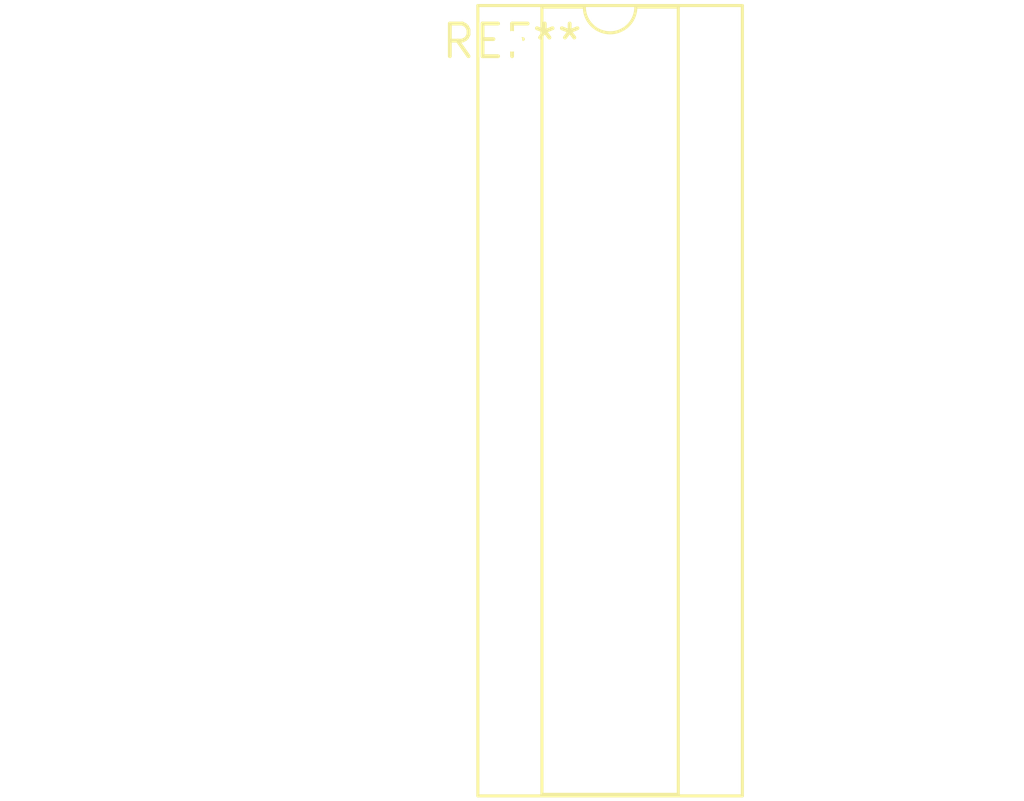
<source format=kicad_pcb>
(kicad_pcb (version 20240108) (generator pcbnew)
  (layers (0 "F.Cu" signal) (31 "B.Cu" signal) (34 "B.Paste" user) (35 "F.Paste" user) (36 "B.SilkS" user "B.Silkscreen") (37 "F.SilkS" user "F.Silkscreen") (38 "B.Mask" user) (39 "F.Mask" user) (44 "Edge.Cuts" user))
  (net 0 "")
  (footprint "CERDIP-24_W7.62mm_SideBrazed_Socket" (layer "F.Cu") (at 0 0)
    (property "Reference" "REF**")
    (property "Value" "CERDIP-24_W7.62mm_SideBrazed_Socket")
    (fp_line (start -1.33 -1.39) (end -1.33 29.33) (layer "F.SilkS") (stroke (width 0.12)))
    (fp_line (start -1.33 29.33) (end 8.95 29.33) (layer "F.SilkS") (stroke (width 0.12)))
    (fp_line (start 1.16 -1.33) (end 1.16 29.27) (layer "F.SilkS") (stroke (width 0.12)))
    (fp_line (start 1.16 29.27) (end 6.46 29.27) (layer "F.SilkS") (stroke (width 0.12)))
    (fp_line (start 2.81 -1.33) (end 1.16 -1.33) (layer "F.SilkS") (stroke (width 0.12)))
    (fp_line (start 6.46 -1.33) (end 4.81 -1.33) (layer "F.SilkS") (stroke (width 0.12)))
    (fp_line (start 6.46 29.27) (end 6.46 -1.33) (layer "F.SilkS") (stroke (width 0.12)))
    (fp_line (start 8.95 -1.39) (end -1.33 -1.39) (layer "F.SilkS") (stroke (width 0.12)))
    (fp_line (start 8.95 29.33) (end 8.95 -1.39) (layer "F.SilkS") (stroke (width 0.12)))
    (fp_arc (start 4.81 -1.33) (mid 3.81 -0.33) (end 2.81 -1.33) (layer "F.SilkS") (stroke (width 0.12)))
    (pad "1" thru_hole rect (at 0 0) (size 1.6 1.6) (drill 0.8) (layers *.Cu *.Mask) (remove_unused_layers))
    (pad "2" thru_hole circle (at 0 2.54) (size 1.6 1.6) (drill 0.8) (layers *.Cu *.Mask) (remove_unused_layers))
    (pad "3" thru_hole circle (at 0 5.08) (size 1.6 1.6) (drill 0.8) (layers *.Cu *.Mask) (remove_unused_layers))
    (pad "4" thru_hole circle (at 0 7.62) (size 1.6 1.6) (drill 0.8) (layers *.Cu *.Mask) (remove_unused_layers))
    (pad "5" thru_hole circle (at 0 10.16) (size 1.6 1.6) (drill 0.8) (layers *.Cu *.Mask) (remove_unused_layers))
    (pad "6" thru_hole circle (at 0 12.7) (size 1.6 1.6) (drill 0.8) (layers *.Cu *.Mask) (remove_unused_layers))
    (pad "7" thru_hole circle (at 0 15.24) (size 1.6 1.6) (drill 0.8) (layers *.Cu *.Mask) (remove_unused_layers))
    (pad "8" thru_hole circle (at 0 17.78) (size 1.6 1.6) (drill 0.8) (layers *.Cu *.Mask) (remove_unused_layers))
    (pad "9" thru_hole circle (at 0 20.32) (size 1.6 1.6) (drill 0.8) (layers *.Cu *.Mask) (remove_unused_layers))
    (pad "10" thru_hole circle (at 0 22.86) (size 1.6 1.6) (drill 0.8) (layers *.Cu *.Mask) (remove_unused_layers))
    (pad "11" thru_hole circle (at 0 25.4) (size 1.6 1.6) (drill 0.8) (layers *.Cu *.Mask) (remove_unused_layers))
    (pad "12" thru_hole circle (at 0 27.94) (size 1.6 1.6) (drill 0.8) (layers *.Cu *.Mask) (remove_unused_layers))
    (pad "13" thru_hole circle (at 7.62 27.94) (size 1.6 1.6) (drill 0.8) (layers *.Cu *.Mask) (remove_unused_layers))
    (pad "14" thru_hole circle (at 7.62 25.4) (size 1.6 1.6) (drill 0.8) (layers *.Cu *.Mask) (remove_unused_layers))
    (pad "15" thru_hole circle (at 7.62 22.86) (size 1.6 1.6) (drill 0.8) (layers *.Cu *.Mask) (remove_unused_layers))
    (pad "16" thru_hole circle (at 7.62 20.32) (size 1.6 1.6) (drill 0.8) (layers *.Cu *.Mask) (remove_unused_layers))
    (pad "17" thru_hole circle (at 7.62 17.78) (size 1.6 1.6) (drill 0.8) (layers *.Cu *.Mask) (remove_unused_layers))
    (pad "18" thru_hole circle (at 7.62 15.24) (size 1.6 1.6) (drill 0.8) (layers *.Cu *.Mask) (remove_unused_layers))
    (pad "19" thru_hole circle (at 7.62 12.7) (size 1.6 1.6) (drill 0.8) (layers *.Cu *.Mask) (remove_unused_layers))
    (pad "20" thru_hole circle (at 7.62 10.16) (size 1.6 1.6) (drill 0.8) (layers *.Cu *.Mask) (remove_unused_layers))
    (pad "21" thru_hole circle (at 7.62 7.62) (size 1.6 1.6) (drill 0.8) (layers *.Cu *.Mask) (remove_unused_layers))
    (pad "22" thru_hole circle (at 7.62 5.08) (size 1.6 1.6) (drill 0.8) (layers *.Cu *.Mask) (remove_unused_layers))
    (pad "23" thru_hole circle (at 7.62 2.54) (size 1.6 1.6) (drill 0.8) (layers *.Cu *.Mask) (remove_unused_layers))
    (pad "24" thru_hole circle (at 7.62 0) (size 1.6 1.6) (drill 0.8) (layers *.Cu *.Mask) (remove_unused_layers))
  )
)
</source>
